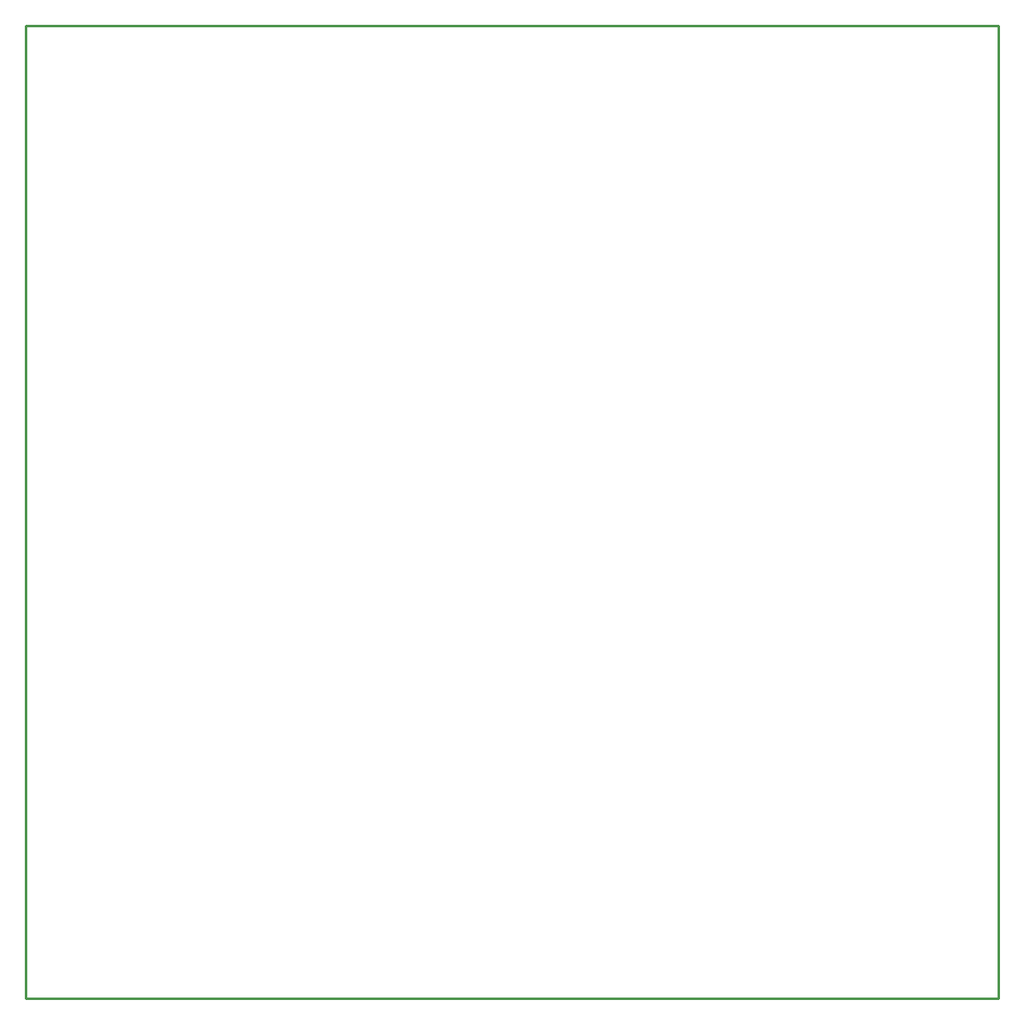
<source format=gko>
G04 Layer: BoardOutlineLayer*
G04 EasyEDA v6.5.22, 2022-11-15 12:52:14*
G04 f3081522d4404d6e965df70c81d772e4,770f52a9c06342aeb7d9f723a0e8078a,10*
G04 Gerber Generator version 0.2*
G04 Scale: 100 percent, Rotated: No, Reflected: No *
G04 Dimensions in inches *
G04 leading zeros omitted , absolute positions ,3 integer and 6 decimal *
%FSLAX36Y36*%
%MOIN*%

%ADD10C,0.0100*%
D10*
X0Y0D02*
G01*
X3920000Y0D01*
X3920000Y-3920000D01*
X0Y-3920000D01*
X0Y0D01*

%LPD*%
M02*

</source>
